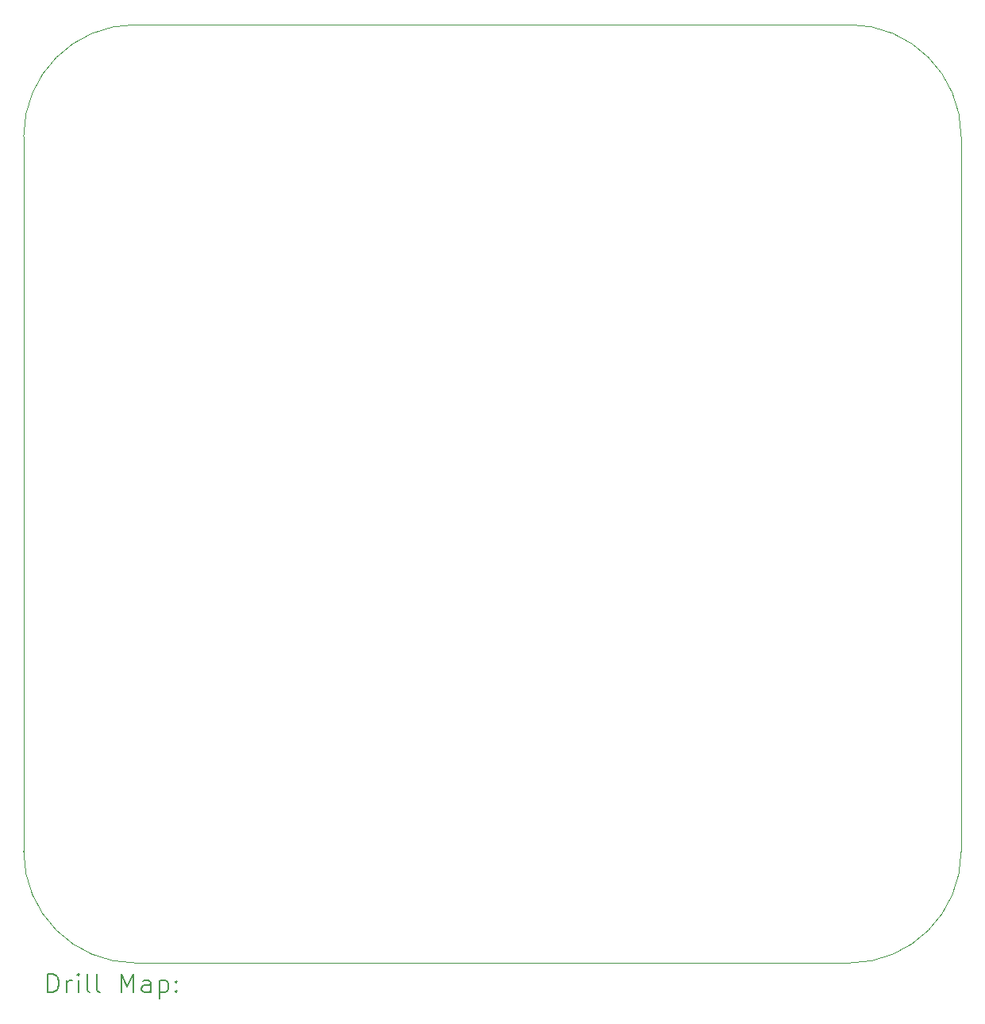
<source format=gbr>
%TF.GenerationSoftware,KiCad,Pcbnew,9.0.0-rc1*%
%TF.CreationDate,2025-01-08T18:27:06+01:00*%
%TF.ProjectId,HBST,48425354-2e6b-4696-9361-645f70636258,rev?*%
%TF.SameCoordinates,Original*%
%TF.FileFunction,Drillmap*%
%TF.FilePolarity,Positive*%
%FSLAX45Y45*%
G04 Gerber Fmt 4.5, Leading zero omitted, Abs format (unit mm)*
G04 Created by KiCad (PCBNEW 9.0.0-rc1) date 2025-01-08 18:27:06*
%MOMM*%
%LPD*%
G01*
G04 APERTURE LIST*
%ADD10C,0.050000*%
%ADD11C,0.200000*%
G04 APERTURE END LIST*
D10*
X18760000Y-4950000D02*
G75*
G02*
X19950000Y-6140000I0J-1190000D01*
G01*
X18760000Y-4950000D02*
X11140000Y-4950000D01*
X19950000Y-13760000D02*
X19950000Y-6140000D01*
X9950000Y-6140000D02*
G75*
G02*
X11140000Y-4950000I1190000J0D01*
G01*
X9950000Y-6140000D02*
X9950000Y-13760000D01*
X19950000Y-13760000D02*
G75*
G02*
X18760000Y-14950000I-1190000J0D01*
G01*
X11140000Y-14950000D02*
G75*
G02*
X9950000Y-13760000I0J1190000D01*
G01*
X11140000Y-14950000D02*
X18760000Y-14950000D01*
D11*
X10208277Y-15263984D02*
X10208277Y-15063984D01*
X10208277Y-15063984D02*
X10255896Y-15063984D01*
X10255896Y-15063984D02*
X10284467Y-15073508D01*
X10284467Y-15073508D02*
X10303515Y-15092555D01*
X10303515Y-15092555D02*
X10313039Y-15111603D01*
X10313039Y-15111603D02*
X10322563Y-15149698D01*
X10322563Y-15149698D02*
X10322563Y-15178269D01*
X10322563Y-15178269D02*
X10313039Y-15216365D01*
X10313039Y-15216365D02*
X10303515Y-15235412D01*
X10303515Y-15235412D02*
X10284467Y-15254460D01*
X10284467Y-15254460D02*
X10255896Y-15263984D01*
X10255896Y-15263984D02*
X10208277Y-15263984D01*
X10408277Y-15263984D02*
X10408277Y-15130650D01*
X10408277Y-15168746D02*
X10417801Y-15149698D01*
X10417801Y-15149698D02*
X10427324Y-15140174D01*
X10427324Y-15140174D02*
X10446372Y-15130650D01*
X10446372Y-15130650D02*
X10465420Y-15130650D01*
X10532086Y-15263984D02*
X10532086Y-15130650D01*
X10532086Y-15063984D02*
X10522563Y-15073508D01*
X10522563Y-15073508D02*
X10532086Y-15083031D01*
X10532086Y-15083031D02*
X10541610Y-15073508D01*
X10541610Y-15073508D02*
X10532086Y-15063984D01*
X10532086Y-15063984D02*
X10532086Y-15083031D01*
X10655896Y-15263984D02*
X10636848Y-15254460D01*
X10636848Y-15254460D02*
X10627324Y-15235412D01*
X10627324Y-15235412D02*
X10627324Y-15063984D01*
X10760658Y-15263984D02*
X10741610Y-15254460D01*
X10741610Y-15254460D02*
X10732086Y-15235412D01*
X10732086Y-15235412D02*
X10732086Y-15063984D01*
X10989229Y-15263984D02*
X10989229Y-15063984D01*
X10989229Y-15063984D02*
X11055896Y-15206841D01*
X11055896Y-15206841D02*
X11122563Y-15063984D01*
X11122563Y-15063984D02*
X11122563Y-15263984D01*
X11303515Y-15263984D02*
X11303515Y-15159222D01*
X11303515Y-15159222D02*
X11293991Y-15140174D01*
X11293991Y-15140174D02*
X11274943Y-15130650D01*
X11274943Y-15130650D02*
X11236848Y-15130650D01*
X11236848Y-15130650D02*
X11217801Y-15140174D01*
X11303515Y-15254460D02*
X11284467Y-15263984D01*
X11284467Y-15263984D02*
X11236848Y-15263984D01*
X11236848Y-15263984D02*
X11217801Y-15254460D01*
X11217801Y-15254460D02*
X11208277Y-15235412D01*
X11208277Y-15235412D02*
X11208277Y-15216365D01*
X11208277Y-15216365D02*
X11217801Y-15197317D01*
X11217801Y-15197317D02*
X11236848Y-15187793D01*
X11236848Y-15187793D02*
X11284467Y-15187793D01*
X11284467Y-15187793D02*
X11303515Y-15178269D01*
X11398753Y-15130650D02*
X11398753Y-15330650D01*
X11398753Y-15140174D02*
X11417801Y-15130650D01*
X11417801Y-15130650D02*
X11455896Y-15130650D01*
X11455896Y-15130650D02*
X11474943Y-15140174D01*
X11474943Y-15140174D02*
X11484467Y-15149698D01*
X11484467Y-15149698D02*
X11493991Y-15168746D01*
X11493991Y-15168746D02*
X11493991Y-15225888D01*
X11493991Y-15225888D02*
X11484467Y-15244936D01*
X11484467Y-15244936D02*
X11474943Y-15254460D01*
X11474943Y-15254460D02*
X11455896Y-15263984D01*
X11455896Y-15263984D02*
X11417801Y-15263984D01*
X11417801Y-15263984D02*
X11398753Y-15254460D01*
X11579705Y-15244936D02*
X11589229Y-15254460D01*
X11589229Y-15254460D02*
X11579705Y-15263984D01*
X11579705Y-15263984D02*
X11570182Y-15254460D01*
X11570182Y-15254460D02*
X11579705Y-15244936D01*
X11579705Y-15244936D02*
X11579705Y-15263984D01*
X11579705Y-15140174D02*
X11589229Y-15149698D01*
X11589229Y-15149698D02*
X11579705Y-15159222D01*
X11579705Y-15159222D02*
X11570182Y-15149698D01*
X11570182Y-15149698D02*
X11579705Y-15140174D01*
X11579705Y-15140174D02*
X11579705Y-15159222D01*
M02*

</source>
